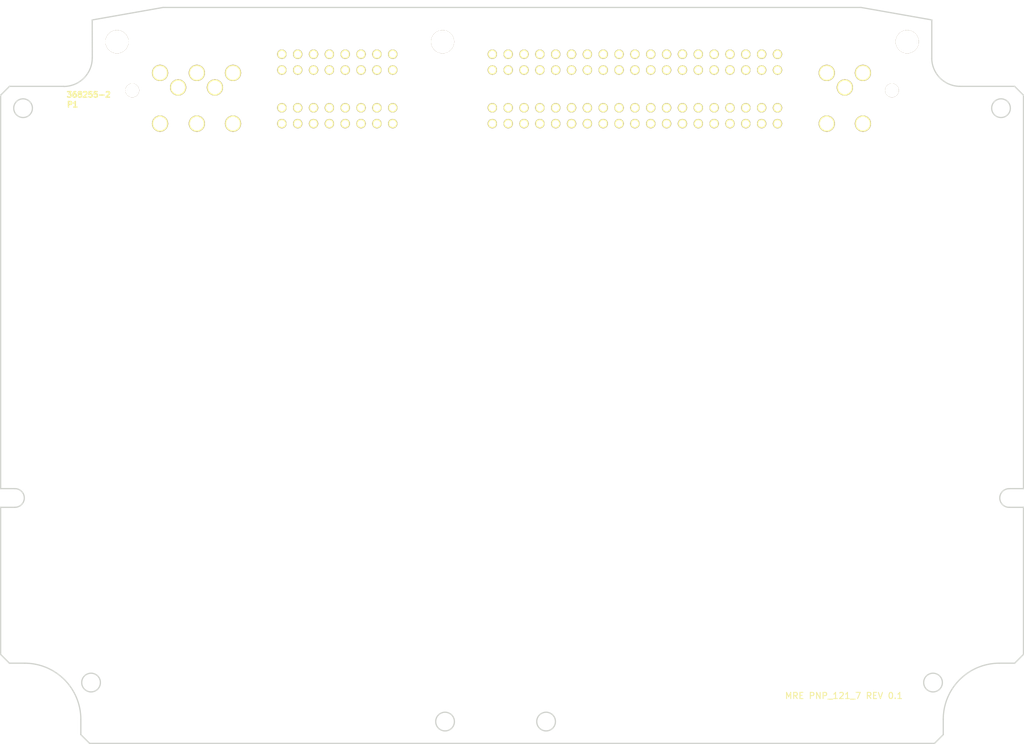
<source format=kicad_pcb>
(kicad_pcb (version 20171130) (host pcbnew "(5.1.7)-1")

  (general
    (thickness 1.6)
    (drawings 46)
    (tracks 0)
    (zones 0)
    (modules 1)
    (nets 1)
  )

  (page A)
  (title_block
    (title "ME7 ECU")
    (date 2020-03-23)
    (rev R0.1)
  )

  (layers
    (0 F.Cu signal)
    (1 PWR power)
    (2 GND power)
    (31 B.Cu signal)
    (32 B.Adhes user)
    (33 F.Adhes user)
    (34 B.Paste user)
    (35 F.Paste user)
    (36 B.SilkS user)
    (37 F.SilkS user)
    (38 B.Mask user)
    (39 F.Mask user)
    (40 Dwgs.User user)
    (41 Cmts.User user)
    (42 Eco1.User user)
    (43 Eco2.User user)
    (44 Edge.Cuts user)
    (45 Margin user)
    (46 B.CrtYd user)
    (47 F.CrtYd user)
    (48 B.Fab user)
    (49 F.Fab user)
  )

  (setup
    (last_trace_width 0.1524)
    (user_trace_width 0.1524)
    (user_trace_width 0.2159)
    (user_trace_width 0.25)
    (user_trace_width 0.3048)
    (user_trace_width 0.6)
    (user_trace_width 1.0668)
    (user_trace_width 1.651)
    (user_trace_width 1.6764)
    (user_trace_width 2.7178)
    (trace_clearance 0.1524)
    (zone_clearance 0.254)
    (zone_45_only no)
    (trace_min 0.1524)
    (via_size 0.6)
    (via_drill 0.3)
    (via_min_size 0)
    (via_min_drill 0.3)
    (user_via 0.6858 0.3302)
    (user_via 0.78994 0.43434)
    (user_via 1 0.5)
    (user_via 1.54178 1.18618)
    (uvia_size 0.508)
    (uvia_drill 0.127)
    (uvias_allowed no)
    (uvia_min_size 0.508)
    (uvia_min_drill 0.127)
    (edge_width 0.15)
    (segment_width 0.2)
    (pcb_text_width 0.3)
    (pcb_text_size 1.5 1.5)
    (mod_edge_width 0.15)
    (mod_text_size 1 1)
    (mod_text_width 0.15)
    (pad_size 6.4 5.8)
    (pad_drill 0)
    (pad_to_mask_clearance 0.051)
    (solder_mask_min_width 0.25)
    (aux_axis_origin 0 0)
    (visible_elements 7FFFFF7F)
    (pcbplotparams
      (layerselection 0x010fc_ffffffff)
      (usegerberextensions false)
      (usegerberattributes false)
      (usegerberadvancedattributes false)
      (creategerberjobfile false)
      (excludeedgelayer true)
      (linewidth 0.100000)
      (plotframeref false)
      (viasonmask false)
      (mode 1)
      (useauxorigin false)
      (hpglpennumber 1)
      (hpglpenspeed 20)
      (hpglpendiameter 15.000000)
      (psnegative false)
      (psa4output false)
      (plotreference true)
      (plotvalue true)
      (plotinvisibletext false)
      (padsonsilk false)
      (subtractmaskfromsilk false)
      (outputformat 1)
      (mirror false)
      (drillshape 0)
      (scaleselection 1)
      (outputdirectory "Gerbers/"))
  )

  (net 0 "")

  (net_class Default "This is the default net class."
    (clearance 0.1524)
    (trace_width 0.1524)
    (via_dia 0.6)
    (via_drill 0.3)
    (uvia_dia 0.508)
    (uvia_drill 0.127)
  )

  (net_class "1A EXTERNAL" ""
    (clearance 0.1905)
    (trace_width 0.3048)
    (via_dia 0.6858)
    (via_drill 0.3302)
    (uvia_dia 0.508)
    (uvia_drill 0.127)
  )

  (net_class "2.5A EXTERNAL" ""
    (clearance 0.2159)
    (trace_width 1.0668)
    (via_dia 0.6858)
    (via_drill 0.3302)
    (uvia_dia 0.508)
    (uvia_drill 0.127)
  )

  (net_class "3,5A EXT HIGH VOLTAGE" ""
    (clearance 1.016)
    (trace_width 1.6764)
    (via_dia 0.6858)
    (via_drill 0.3302)
    (uvia_dia 0.508)
    (uvia_drill 0.127)
  )

  (net_class "3.5A EXTERNAL" ""
    (clearance 0.1905)
    (trace_width 1.651)
    (via_dia 1.0922)
    (via_drill 0.6858)
    (uvia_dia 0.508)
    (uvia_drill 0.127)
  )

  (net_class "5A EXTERNAL" ""
    (clearance 0.1905)
    (trace_width 1.0668)
    (via_dia 1.54178)
    (via_drill 1.18618)
    (uvia_dia 0.508)
    (uvia_drill 0.127)
  )

  (net_class CUSTOM ""
    (clearance 0.1524)
    (trace_width 0.25)
    (via_dia 0.7)
    (via_drill 0.35)
    (uvia_dia 0.508)
    (uvia_drill 0.127)
  )

  (net_class "CUSTOM 0.6" ""
    (clearance 0.1524)
    (trace_width 0.6)
    (via_dia 1)
    (via_drill 0.4)
    (uvia_dia 0.508)
    (uvia_drill 0.127)
  )

  (net_class MIN_EXTERN_188A ""
    (clearance 0.1524)
    (trace_width 0.1524)
    (via_dia 0.6858)
    (via_drill 0.3302)
    (uvia_dia 0.508)
    (uvia_drill 0.127)
  )

  (net_class MIN_EXTERN_241A ""
    (clearance 0.2159)
    (trace_width 0.2159)
    (via_dia 0.6858)
    (via_drill 0.3302)
    (uvia_dia 0.508)
    (uvia_drill 0.127)
  )

  (module rusEFI:368255-2 (layer F.Cu) (tedit 5C349B11) (tstamp 5E8D43AF)
    (at 189.4362 118.9778 180)
    (path /5EE668CA)
    (fp_text reference P1 (at 137.9758 61.9167) (layer F.SilkS)
      (effects (font (size 0.889 0.889) (thickness 0.22352)))
    )
    (fp_text value 368255-2 (at 135.3977 63.5042 180) (layer F.SilkS)
      (effects (font (size 0.889 0.889) (thickness 0.22225)))
    )
    (fp_line (start -4.5 53.49) (end 139.5 53.49) (layer Cmts.User) (width 0.381))
    (fp_line (start 139.5 53.49) (end 139.5 78.49) (layer Cmts.User) (width 0.381))
    (fp_line (start -4.5 53.49) (end -4.5 78.49) (layer Cmts.User) (width 0.381))
    (fp_line (start -4.5 78.49) (end 139.5 78.49) (layer Cmts.User) (width 0.381))
    (pad "" thru_hole circle (at 78.65 71.99 180) (size 3.7 3.7) (drill 3.7) (layers *.Cu *.Mask F.SilkS))
    (pad "" thru_hole circle (at 4.15 71.99 180) (size 3.7 3.7) (drill 3.7) (layers *.Cu *.Mask F.SilkS))
    (pad 4 thru_hole circle (at 11.25 58.86) (size 2.6 2.6) (drill 2.2) (layers *.Cu *.Mask F.SilkS))
    (pad 1 thru_hole circle (at 11.25 66.99 180) (size 2.6 2.6) (drill 2.2) (layers *.Cu *.Mask F.SilkS))
    (pad "" thru_hole circle (at 130.85 71.99 180) (size 3.7 3.7) (drill 3.7) (layers *.Cu *.Mask F.SilkS))
    (pad "" thru_hole circle (at 6.6 64.19 180) (size 2.2 2.2) (drill 2.2) (layers *.Cu *.Mask F.SilkS))
    (pad "" thru_hole circle (at 128.4 64.19 180) (size 2.2 2.2) (drill 2.2) (layers *.Cu *.Mask F.SilkS))
    (pad 5 thru_hole circle (at 17.05 58.86) (size 2.6 2.6) (drill 2.2) (layers *.Cu *.Mask F.SilkS))
    (pad 2 thru_hole circle (at 17.05 66.99 180) (size 2.6 2.6) (drill 2.2) (layers *.Cu *.Mask F.SilkS))
    (pad 3 thru_hole circle (at 14.15 64.66 180) (size 2.6 2.6) (drill 2.2) (layers *.Cu *.Mask F.SilkS))
    (pad 24 thru_hole circle (at 24.95 58.86 180) (size 1.5 1.5) (drill 1.1) (layers *.Cu *.Mask F.SilkS))
    (pad 23 thru_hole circle (at 27.49 58.86 180) (size 1.5 1.5) (drill 1.1) (layers *.Cu *.Mask F.SilkS))
    (pad 21 thru_hole circle (at 32.57 58.86 180) (size 1.5 1.5) (drill 1.1) (layers *.Cu *.Mask F.SilkS))
    (pad 22 thru_hole circle (at 30.03 58.86 180) (size 1.5 1.5) (drill 1.1) (layers *.Cu *.Mask F.SilkS))
    (pad 18 thru_hole circle (at 40.19 58.86 180) (size 1.5 1.5) (drill 1.1) (layers *.Cu *.Mask F.SilkS))
    (pad 17 thru_hole circle (at 42.73 58.86 180) (size 1.5 1.5) (drill 1.1) (layers *.Cu *.Mask F.SilkS))
    (pad 19 thru_hole circle (at 37.65 58.86 180) (size 1.5 1.5) (drill 1.1) (layers *.Cu *.Mask F.SilkS))
    (pad 20 thru_hole circle (at 35.11 58.86 180) (size 1.5 1.5) (drill 1.1) (layers *.Cu *.Mask F.SilkS))
    (pad 16 thru_hole circle (at 45.27 58.86 180) (size 1.5 1.5) (drill 1.1) (layers *.Cu *.Mask F.SilkS))
    (pad 7 thru_hole circle (at 68.13 58.86 180) (size 1.5 1.5) (drill 1.1) (layers *.Cu *.Mask F.SilkS))
    (pad 8 thru_hole circle (at 65.59 58.86 180) (size 1.5 1.5) (drill 1.1) (layers *.Cu *.Mask F.SilkS))
    (pad 6 thru_hole circle (at 70.67 58.86 180) (size 1.5 1.5) (drill 1.1) (layers *.Cu *.Mask F.SilkS))
    (pad 34 thru_hole circle (at 47.81 61.4 180) (size 1.5 1.5) (drill 1.1) (layers *.Cu *.Mask F.SilkS))
    (pad 33 thru_hole circle (at 50.35 61.4 180) (size 1.5 1.5) (drill 1.1) (layers *.Cu *.Mask F.SilkS))
    (pad 31 thru_hole circle (at 55.43 61.4 180) (size 1.5 1.5) (drill 1.1) (layers *.Cu *.Mask F.SilkS))
    (pad 32 thru_hole circle (at 52.89 61.4 180) (size 1.5 1.5) (drill 1.1) (layers *.Cu *.Mask F.SilkS))
    (pad 28 thru_hole circle (at 63.05 61.4 180) (size 1.5 1.5) (drill 1.1) (layers *.Cu *.Mask F.SilkS))
    (pad 29 thru_hole circle (at 60.51 61.4 180) (size 1.5 1.5) (drill 1.1) (layers *.Cu *.Mask F.SilkS))
    (pad 30 thru_hole circle (at 57.97 61.4 180) (size 1.5 1.5) (drill 1.1) (layers *.Cu *.Mask F.SilkS))
    (pad 35 thru_hole circle (at 45.27 61.4 180) (size 1.5 1.5) (drill 1.1) (layers *.Cu *.Mask F.SilkS))
    (pad 39 thru_hole circle (at 35.11 61.4 180) (size 1.5 1.5) (drill 1.1) (layers *.Cu *.Mask F.SilkS))
    (pad 38 thru_hole circle (at 37.65 61.4 180) (size 1.5 1.5) (drill 1.1) (layers *.Cu *.Mask F.SilkS))
    (pad 36 thru_hole circle (at 42.73 61.4 180) (size 1.5 1.5) (drill 1.1) (layers *.Cu *.Mask F.SilkS))
    (pad 37 thru_hole circle (at 40.19 61.4 180) (size 1.5 1.5) (drill 1.1) (layers *.Cu *.Mask F.SilkS))
    (pad 41 thru_hole circle (at 30.03 61.4 180) (size 1.5 1.5) (drill 1.1) (layers *.Cu *.Mask F.SilkS))
    (pad 40 thru_hole circle (at 32.57 61.4 180) (size 1.5 1.5) (drill 1.1) (layers *.Cu *.Mask F.SilkS))
    (pad 42 thru_hole circle (at 27.49 61.4 180) (size 1.5 1.5) (drill 1.1) (layers *.Cu *.Mask F.SilkS))
    (pad 43 thru_hole circle (at 24.95 61.4 180) (size 1.5 1.5) (drill 1.1) (layers *.Cu *.Mask F.SilkS))
    (pad 81 thru_hole circle (at 24.95 69.99 180) (size 1.5 1.5) (drill 1.1) (layers *.Cu *.Mask F.SilkS))
    (pad 64 thru_hole circle (at 68.13 69.99 180) (size 1.5 1.5) (drill 1.1) (layers *.Cu *.Mask F.SilkS))
    (pad 67 thru_hole circle (at 60.51 69.99 180) (size 1.5 1.5) (drill 1.1) (layers *.Cu *.Mask F.SilkS))
    (pad 65 thru_hole circle (at 65.59 69.99 180) (size 1.5 1.5) (drill 1.1) (layers *.Cu *.Mask F.SilkS))
    (pad 66 thru_hole circle (at 63.05 69.99 180) (size 1.5 1.5) (drill 1.1) (layers *.Cu *.Mask F.SilkS))
    (pad 63 thru_hole circle (at 70.67 69.99 180) (size 1.5 1.5) (drill 1.1) (layers *.Cu *.Mask F.SilkS))
    (pad 44 thru_hole circle (at 70.67 67.45 180) (size 1.5 1.5) (drill 1.1) (layers *.Cu *.Mask F.SilkS))
    (pad 53 thru_hole circle (at 47.81 67.45 180) (size 1.5 1.5) (drill 1.1) (layers *.Cu *.Mask F.SilkS))
    (pad 52 thru_hole circle (at 50.35 67.45 180) (size 1.5 1.5) (drill 1.1) (layers *.Cu *.Mask F.SilkS))
    (pad 50 thru_hole circle (at 55.43 67.45 180) (size 1.5 1.5) (drill 1.1) (layers *.Cu *.Mask F.SilkS))
    (pad 51 thru_hole circle (at 52.89 67.45 180) (size 1.5 1.5) (drill 1.1) (layers *.Cu *.Mask F.SilkS))
    (pad 47 thru_hole circle (at 63.05 67.45 180) (size 1.5 1.5) (drill 1.1) (layers *.Cu *.Mask F.SilkS))
    (pad 46 thru_hole circle (at 65.59 67.45 180) (size 1.5 1.5) (drill 1.1) (layers *.Cu *.Mask F.SilkS))
    (pad 48 thru_hole circle (at 60.51 67.45 180) (size 1.5 1.5) (drill 1.1) (layers *.Cu *.Mask F.SilkS))
    (pad 49 thru_hole circle (at 57.97 67.45 180) (size 1.5 1.5) (drill 1.1) (layers *.Cu *.Mask F.SilkS))
    (pad 45 thru_hole circle (at 68.13 67.45 180) (size 1.5 1.5) (drill 1.1) (layers *.Cu *.Mask F.SilkS))
    (pad 62 thru_hole circle (at 24.95 67.45 180) (size 1.5 1.5) (drill 1.1) (layers *.Cu *.Mask F.SilkS))
    (pad 96 thru_hole circle (at 101.88 67.45 180) (size 1.5 1.5) (drill 1.1) (layers *.Cu *.Mask F.SilkS))
    (pad 92 thru_hole circle (at 91.72 67.45 180) (size 1.5 1.5) (drill 1.1) (layers *.Cu *.Mask F.SilkS))
    (pad 93 thru_hole circle (at 94.26 67.45 180) (size 1.5 1.5) (drill 1.1) (layers *.Cu *.Mask F.SilkS))
    (pad 95 thru_hole circle (at 99.34 67.45 180) (size 1.5 1.5) (drill 1.1) (layers *.Cu *.Mask F.SilkS))
    (pad 94 thru_hole circle (at 96.8 67.45 180) (size 1.5 1.5) (drill 1.1) (layers *.Cu *.Mask F.SilkS))
    (pad 90 thru_hole circle (at 86.64 67.45 180) (size 1.5 1.5) (drill 1.1) (layers *.Cu *.Mask F.SilkS))
    (pad 91 thru_hole circle (at 89.18 67.45 180) (size 1.5 1.5) (drill 1.1) (layers *.Cu *.Mask F.SilkS))
    (pad 97 thru_hole circle (at 104.42 67.45 180) (size 1.5 1.5) (drill 1.1) (layers *.Cu *.Mask F.SilkS))
    (pad 89 thru_hole circle (at 104.42 69.99 180) (size 1.5 1.5) (drill 1.1) (layers *.Cu *.Mask F.SilkS))
    (pad 83 thru_hole circle (at 89.18 69.99 180) (size 1.5 1.5) (drill 1.1) (layers *.Cu *.Mask F.SilkS))
    (pad 82 thru_hole circle (at 86.64 69.99 180) (size 1.5 1.5) (drill 1.1) (layers *.Cu *.Mask F.SilkS))
    (pad 86 thru_hole circle (at 96.8 69.99 180) (size 1.5 1.5) (drill 1.1) (layers *.Cu *.Mask F.SilkS))
    (pad 87 thru_hole circle (at 99.34 69.99 180) (size 1.5 1.5) (drill 1.1) (layers *.Cu *.Mask F.SilkS))
    (pad 85 thru_hole circle (at 94.26 69.99 180) (size 1.5 1.5) (drill 1.1) (layers *.Cu *.Mask F.SilkS))
    (pad 84 thru_hole circle (at 91.72 69.99 180) (size 1.5 1.5) (drill 1.1) (layers *.Cu *.Mask F.SilkS))
    (pad 88 thru_hole circle (at 101.88 69.99 180) (size 1.5 1.5) (drill 1.1) (layers *.Cu *.Mask F.SilkS))
    (pad 104 thru_hole circle (at 101.88 61.4 180) (size 1.5 1.5) (drill 1.1) (layers *.Cu *.Mask F.SilkS))
    (pad 100 thru_hole circle (at 91.72 61.4 180) (size 1.5 1.5) (drill 1.1) (layers *.Cu *.Mask F.SilkS))
    (pad 101 thru_hole circle (at 94.26 61.4 180) (size 1.5 1.5) (drill 1.1) (layers *.Cu *.Mask F.SilkS))
    (pad 103 thru_hole circle (at 99.34 61.4 180) (size 1.5 1.5) (drill 1.1) (layers *.Cu *.Mask F.SilkS))
    (pad 102 thru_hole circle (at 96.8 61.4 180) (size 1.5 1.5) (drill 1.1) (layers *.Cu *.Mask F.SilkS))
    (pad 98 thru_hole circle (at 86.64 61.4 180) (size 1.5 1.5) (drill 1.1) (layers *.Cu *.Mask F.SilkS))
    (pad 99 thru_hole circle (at 89.18 61.4 180) (size 1.5 1.5) (drill 1.1) (layers *.Cu *.Mask F.SilkS))
    (pad 105 thru_hole circle (at 104.42 61.4 180) (size 1.5 1.5) (drill 1.1) (layers *.Cu *.Mask F.SilkS))
    (pad 113 thru_hole circle (at 104.42 58.86 180) (size 1.5 1.5) (drill 1.1) (layers *.Cu *.Mask F.SilkS))
    (pad 107 thru_hole circle (at 89.18 58.86 180) (size 1.5 1.5) (drill 1.1) (layers *.Cu *.Mask F.SilkS))
    (pad 106 thru_hole circle (at 86.64 58.86 180) (size 1.5 1.5) (drill 1.1) (layers *.Cu *.Mask F.SilkS))
    (pad 110 thru_hole circle (at 96.8 58.86 180) (size 1.5 1.5) (drill 1.1) (layers *.Cu *.Mask F.SilkS))
    (pad 111 thru_hole circle (at 99.34 58.86 180) (size 1.5 1.5) (drill 1.1) (layers *.Cu *.Mask F.SilkS))
    (pad 109 thru_hole circle (at 94.26 58.86 180) (size 1.5 1.5) (drill 1.1) (layers *.Cu *.Mask F.SilkS))
    (pad 108 thru_hole circle (at 91.72 58.86 180) (size 1.5 1.5) (drill 1.1) (layers *.Cu *.Mask F.SilkS))
    (pad 112 thru_hole circle (at 101.88 58.86 180) (size 1.5 1.5) (drill 1.1) (layers *.Cu *.Mask F.SilkS))
    (pad 117 thru_hole circle (at 115.15 64.66 180) (size 2.6 2.6) (drill 2.2) (layers *.Cu *.Mask F.SilkS))
    (pad 115 thru_hole circle (at 118.05 66.99 180) (size 2.6 2.6) (drill 2.2) (layers *.Cu *.Mask F.SilkS))
    (pad 120 thru_hole circle (at 118.05 58.86) (size 2.6 2.6) (drill 2.2) (layers *.Cu *.Mask F.SilkS))
    (pad 114 thru_hole circle (at 112.25 66.99 180) (size 2.6 2.6) (drill 2.2) (layers *.Cu *.Mask F.SilkS))
    (pad 119 thru_hole circle (at 112.25 58.86) (size 2.6 2.6) (drill 2.2) (layers *.Cu *.Mask F.SilkS))
    (pad 121 thru_hole circle (at 123.95 58.86) (size 2.6 2.6) (drill 2.2) (layers *.Cu *.Mask F.SilkS))
    (pad 116 thru_hole circle (at 123.95 66.99 180) (size 2.6 2.6) (drill 2.2) (layers *.Cu *.Mask F.SilkS))
    (pad 118 thru_hole circle (at 121.05 64.66 180) (size 2.6 2.6) (drill 2.2) (layers *.Cu *.Mask F.SilkS))
    (pad 25 thru_hole circle (at 70.67 61.4 180) (size 1.5 1.5) (drill 1.1) (layers *.Cu *.Mask F.SilkS))
    (pad 11 thru_hole circle (at 57.97 58.86 180) (size 1.5 1.5) (drill 1.1) (layers *.Cu *.Mask F.SilkS))
    (pad 10 thru_hole circle (at 60.51 58.86 180) (size 1.5 1.5) (drill 1.1) (layers *.Cu *.Mask F.SilkS))
    (pad 9 thru_hole circle (at 63.05 58.86 180) (size 1.5 1.5) (drill 1.1) (layers *.Cu *.Mask F.SilkS))
    (pad 13 thru_hole circle (at 52.89 58.86 180) (size 1.5 1.5) (drill 1.1) (layers *.Cu *.Mask F.SilkS))
    (pad 12 thru_hole circle (at 55.43 58.86 180) (size 1.5 1.5) (drill 1.1) (layers *.Cu *.Mask F.SilkS))
    (pad 14 thru_hole circle (at 50.35 58.86 180) (size 1.5 1.5) (drill 1.1) (layers *.Cu *.Mask F.SilkS))
    (pad 15 thru_hole circle (at 47.81 58.86 180) (size 1.5 1.5) (drill 1.1) (layers *.Cu *.Mask F.SilkS))
    (pad 57 thru_hole circle (at 37.65 67.45 180) (size 1.5 1.5) (drill 1.1) (layers *.Cu *.Mask F.SilkS))
    (pad 56 thru_hole circle (at 40.19 67.45 180) (size 1.5 1.5) (drill 1.1) (layers *.Cu *.Mask F.SilkS))
    (pad 54 thru_hole circle (at 45.27 67.45 180) (size 1.5 1.5) (drill 1.1) (layers *.Cu *.Mask F.SilkS))
    (pad 55 thru_hole circle (at 42.73 67.45 180) (size 1.5 1.5) (drill 1.1) (layers *.Cu *.Mask F.SilkS))
    (pad 59 thru_hole circle (at 32.57 67.45 180) (size 1.5 1.5) (drill 1.1) (layers *.Cu *.Mask F.SilkS))
    (pad 58 thru_hole circle (at 35.11 67.45 180) (size 1.5 1.5) (drill 1.1) (layers *.Cu *.Mask F.SilkS))
    (pad 60 thru_hole circle (at 30.03 67.45 180) (size 1.5 1.5) (drill 1.1) (layers *.Cu *.Mask F.SilkS))
    (pad 61 thru_hole circle (at 27.49 67.45 180) (size 1.5 1.5) (drill 1.1) (layers *.Cu *.Mask F.SilkS))
    (pad 80 thru_hole circle (at 27.49 69.99 180) (size 1.5 1.5) (drill 1.1) (layers *.Cu *.Mask F.SilkS))
    (pad 27 thru_hole circle (at 65.59 61.4 180) (size 1.5 1.5) (drill 1.1) (layers *.Cu *.Mask F.SilkS))
    (pad 26 thru_hole circle (at 68.13 61.4 180) (size 1.5 1.5) (drill 1.1) (layers *.Cu *.Mask F.SilkS))
    (pad 79 thru_hole circle (at 30.03 69.99 180) (size 1.5 1.5) (drill 1.1) (layers *.Cu *.Mask F.SilkS))
    (pad 77 thru_hole circle (at 35.11 69.99 180) (size 1.5 1.5) (drill 1.1) (layers *.Cu *.Mask F.SilkS))
    (pad 78 thru_hole circle (at 32.57 69.99 180) (size 1.5 1.5) (drill 1.1) (layers *.Cu *.Mask F.SilkS))
    (pad 74 thru_hole circle (at 42.73 69.99 180) (size 1.5 1.5) (drill 1.1) (layers *.Cu *.Mask F.SilkS))
    (pad 73 thru_hole circle (at 45.27 69.99 180) (size 1.5 1.5) (drill 1.1) (layers *.Cu *.Mask F.SilkS))
    (pad 75 thru_hole circle (at 40.19 69.99 180) (size 1.5 1.5) (drill 1.1) (layers *.Cu *.Mask F.SilkS))
    (pad 76 thru_hole circle (at 37.65 69.99 180) (size 1.5 1.5) (drill 1.1) (layers *.Cu *.Mask F.SilkS))
    (pad 68 thru_hole circle (at 57.97 69.99 180) (size 1.5 1.5) (drill 1.1) (layers *.Cu *.Mask F.SilkS))
    (pad 70 thru_hole circle (at 52.89 69.99 180) (size 1.5 1.5) (drill 1.1) (layers *.Cu *.Mask F.SilkS))
    (pad 69 thru_hole circle (at 55.43 69.99 180) (size 1.5 1.5) (drill 1.1) (layers *.Cu *.Mask F.SilkS))
    (pad 71 thru_hole circle (at 50.35 69.99 180) (size 1.5 1.5) (drill 1.1) (layers *.Cu *.Mask F.SilkS))
    (pad 72 thru_hole circle (at 47.81 69.99 180) (size 1.5 1.5) (drill 1.1) (layers *.Cu *.Mask F.SilkS))
    (model "$(KIPRJMOD)/modules/TE_368255-2.wrl"
      (offset (xyz -4.521199932098389 -56.00699915885925 -5.079999923706055))
      (scale (xyz 10 10 10))
      (rotate (xyz 270 0 0))
    )
  )

  (gr_text "MRE PNP_121_7 REV 0.1" (at 175.133 151.8539) (layer F.SilkS)
    (effects (font (size 1 1) (thickness 0.15)))
  )
  (gr_arc (start 45.9486 153.6192) (end 57.607199 153.543001) (angle -90) (layer Dwgs.User) (width 0.254))
  (gr_arc (start 198.0438 153.5684) (end 197.993001 141.884401) (angle -89.37312059) (layer Dwgs.User) (width 0.254))
  (gr_line (start 45.8724 54.229) (end 45.847 54.2798) (layer Dwgs.User) (width 0.15))
  (gr_line (start 45.8724 54.2544) (end 45.8724 54.229) (layer Dwgs.User) (width 0.15))
  (gr_line (start 45.8724 141.7066) (end 45.8724 54.2544) (layer Dwgs.User) (width 0.15))
  (gr_line (start 186.2836 153.5176) (end 57.6072 153.543) (layer Dwgs.User) (width 0.15))
  (gr_line (start 198.0184 54.229) (end 197.9676 141.8844) (layer Dwgs.User) (width 0.15))
  (gr_arc (start 200.0652 155.631999) (end 200.0652 146.631999) (angle -90) (layer Edge.Cuts) (width 0.2) (tstamp 5D977135))
  (gr_arc (start 42.2252 120.138705) (end 42.2252 121.63541) (angle -180) (layer Edge.Cuts) (width 0.2) (tstamp 5D97673B))
  (gr_arc (start 193.772112 49.589464) (end 189.220713 49.701462) (angle -88) (layer Edge.Cuts) (width 0.2))
  (gr_arc (start 50.038 49.5808) (end 50.038 54.16) (angle -90) (layer Edge.Cuts) (width 0.2))
  (gr_line (start 200.0652 146.631999) (end 202.510986 146.631999) (layer Edge.Cuts) (width 0.2))
  (gr_circle (center 111.1852 155.992) (end 112.6852 155.992) (layer Edge.Cuts) (width 0.2))
  (gr_line (start 65.9652 41.491999) (end 54.6252 43.491999) (layer Edge.Cuts) (width 0.2))
  (gr_line (start 201.6252 118.641999) (end 203.9252 118.641999) (layer Edge.Cuts) (width 0.2))
  (gr_line (start 191.0652 155.631999) (end 191.0652 158.077786) (layer Edge.Cuts) (width 0.2))
  (gr_line (start 54.61 43.491999) (end 54.6252 49.58) (layer Edge.Cuts) (width 0.2))
  (gr_line (start 41.339413 54.141999) (end 50.038 54.141999) (layer Edge.Cuts) (width 0.2))
  (gr_circle (center 43.5252 57.641999) (end 45.0252 57.641999) (layer Edge.Cuts) (width 0.2))
  (gr_arc (start 43.7852 155.632) (end 52.7852 155.632) (angle -90) (layer Edge.Cuts) (width 0.2))
  (gr_line (start 39.9252 121.642) (end 39.9252 145.217786) (layer Edge.Cuts) (width 0.2))
  (gr_line (start 52.7852 155.632) (end 52.7852 158.077786) (layer Edge.Cuts) (width 0.2))
  (gr_line (start 42.2252 121.642) (end 39.9252 121.642) (layer Edge.Cuts) (width 0.2))
  (gr_circle (center 127.3852 155.992) (end 128.885199 155.992) (layer Edge.Cuts) (width 0.2))
  (gr_line (start 42.2252 118.642) (end 39.9252 118.642) (layer Edge.Cuts) (width 0.2))
  (gr_line (start 39.9252 55.556213) (end 41.339413 54.142) (layer Edge.Cuts) (width 0.2))
  (gr_line (start 203.9252 55.556213) (end 202.510986 54.142) (layer Edge.Cuts) (width 0.2))
  (gr_circle (center 54.4252 149.737179) (end 55.9252 149.737179) (layer Edge.Cuts) (width 0.2))
  (gr_line (start 203.9252 55.556213) (end 203.9252 118.642) (layer Edge.Cuts) (width 0.2))
  (gr_line (start 189.2252 43.491999) (end 189.2252 49.7) (layer Edge.Cuts) (width 0.2))
  (gr_line (start 177.8852 41.491999) (end 189.2252 43.491999) (layer Edge.Cuts) (width 0.2))
  (gr_line (start 39.925199 145.217786) (end 41.339413 146.632) (layer Edge.Cuts) (width 0.2))
  (gr_line (start 52.7852 158.077786) (end 54.199413 159.491999) (layer Edge.Cuts) (width 0.2))
  (gr_line (start 191.0652 158.077786) (end 189.650986 159.491999) (layer Edge.Cuts) (width 0.2))
  (gr_circle (center 189.4252 149.737179) (end 190.9252 149.737179) (layer Edge.Cuts) (width 0.2))
  (gr_line (start 203.9252 145.217786) (end 202.510986 146.631999) (layer Edge.Cuts) (width 0.2))
  (gr_line (start 39.9252 55.556213) (end 39.9252 118.642) (layer Edge.Cuts) (width 0.2))
  (gr_line (start 54.199413 159.492) (end 189.650986 159.491999) (layer Edge.Cuts) (width 0.2))
  (gr_line (start 65.9652 41.491999) (end 177.8852 41.491999) (layer Edge.Cuts) (width 0.2))
  (gr_circle (center 200.3252 57.641999) (end 201.8252 57.641999) (layer Edge.Cuts) (width 0.2))
  (gr_line (start 203.9252 121.642) (end 203.9252 145.217786) (layer Edge.Cuts) (width 0.2))
  (gr_line (start 202.510986 54.141999) (end 193.7252 54.141999) (layer Edge.Cuts) (width 0.2))
  (gr_line (start 43.7852 146.632) (end 41.339413 146.632) (layer Edge.Cuts) (width 0.2))
  (gr_line (start 201.6252 121.641999) (end 203.9252 121.641999) (layer Edge.Cuts) (width 0.2))
  (gr_arc (start 201.625 120.145294) (end 201.625 118.648589) (angle -180) (layer Edge.Cuts) (width 0.2))

  (zone (net 0) (net_name "") (layer F.Mask) (tstamp 5E3878E8) (hatch edge 0.508)
    (connect_pads (clearance 0.254))
    (min_thickness 0.254)
    (fill (arc_segments 32) (thermal_gap 0.508) (thermal_bridge_width 0.508))
    (polygon
      (pts
        (xy 198.0438 54.1528) (xy 202.4634 54.102) (xy 203.962 55.626) (xy 203.962 145.161) (xy 202.5142 146.6596)
        (xy 199.644 146.6596) (xy 198.3994 146.7866) (xy 196.977 147.2184) (xy 195.326 147.828) (xy 193.8782 148.9456)
        (xy 192.8114 150.1394) (xy 191.5414 152.5778) (xy 191.262 154.1526) (xy 191.135 155.575) (xy 191.1096 156.4132)
        (xy 191.0842 158.0896) (xy 189.6618 159.5374) (xy 54.1528 159.5628) (xy 52.7812 158.0896) (xy 52.7558 155.448)
        (xy 52.705 154.6352) (xy 52.6288 153.8224) (xy 52.1716 152.4508) (xy 51.8668 151.7396) (xy 51.5366 151.1554)
        (xy 51.3588 150.8252) (xy 50.7746 150.0124) (xy 50.2412 149.3266) (xy 48.9712 148.1836) (xy 47.244 147.193)
        (xy 45.1866 146.7104) (xy 43.053 146.6342) (xy 41.3512 146.6596) (xy 39.9288 145.2372) (xy 39.9542 55.5498)
        (xy 41.3766 54.102) (xy 45.8724 54.1274) (xy 45.8724 141.986) (xy 47.752 142.0368) (xy 50.419 142.875)
        (xy 51.8922 143.5862) (xy 53.6448 144.8816) (xy 54.991 146.177) (xy 56.2864 148.1582) (xy 57.2008 150.4188)
        (xy 57.6834 152.8826) (xy 57.7088 153.6192) (xy 186.3852 153.4668) (xy 186.4614 152.2222) (xy 187.2234 149.0726)
        (xy 188.4172 146.9898) (xy 189.7634 145.3896) (xy 191.2112 144.1958) (xy 192.6082 143.3322) (xy 194.9196 142.3416)
        (xy 196.4436 142.0876) (xy 197.0532 141.9352) (xy 197.5612 141.859) (xy 197.9676 141.859)
      )
    )
  )
  (zone (net 0) (net_name "") (layer B.Mask) (tstamp 5E3878E5) (hatch edge 0.508)
    (connect_pads (clearance 0.254))
    (min_thickness 0.254)
    (fill (arc_segments 32) (thermal_gap 0.508) (thermal_bridge_width 0.508))
    (polygon
      (pts
        (xy 198.0438 54.1528) (xy 202.4634 54.102) (xy 203.962 55.626) (xy 203.962 145.161) (xy 202.5142 146.6596)
        (xy 199.644 146.6596) (xy 198.3994 146.7866) (xy 196.977 147.2184) (xy 195.326 147.828) (xy 193.8782 148.9456)
        (xy 192.8114 150.1394) (xy 191.5414 152.5778) (xy 191.262 154.1526) (xy 191.135 155.575) (xy 191.1096 156.4132)
        (xy 191.0842 158.0896) (xy 189.6618 159.5374) (xy 54.1528 159.5628) (xy 52.7812 158.0896) (xy 52.7558 155.448)
        (xy 52.705 154.6352) (xy 52.6288 153.8224) (xy 52.1716 152.4508) (xy 51.8668 151.7396) (xy 51.5366 151.1554)
        (xy 51.3588 150.8252) (xy 50.7746 150.0124) (xy 50.2412 149.3266) (xy 48.9712 148.1836) (xy 47.244 147.193)
        (xy 45.1866 146.7104) (xy 43.053 146.6342) (xy 41.3512 146.6596) (xy 39.9288 145.2372) (xy 39.9542 55.5498)
        (xy 41.3766 54.102) (xy 45.8724 54.1274) (xy 45.8724 141.986) (xy 47.752 142.0368) (xy 50.419 142.875)
        (xy 51.8922 143.5862) (xy 53.6448 144.8816) (xy 54.991 146.177) (xy 56.2864 148.1582) (xy 57.2008 150.4188)
        (xy 57.6834 152.8826) (xy 57.7088 153.6192) (xy 186.3852 153.4668) (xy 186.4614 152.2222) (xy 187.2234 149.0726)
        (xy 188.4172 146.9898) (xy 189.7634 145.3896) (xy 191.2112 144.1958) (xy 192.6082 143.3322) (xy 194.9196 142.3416)
        (xy 196.4436 142.0876) (xy 197.0532 141.9352) (xy 197.5612 141.859) (xy 197.9676 141.859)
      )
    )
  )
  (zone (net 0) (net_name "") (layer B.Mask) (tstamp 5E3878E2) (hatch edge 0.508)
    (connect_pads (clearance 0.254))
    (min_thickness 0.254)
    (fill (arc_segments 32) (thermal_gap 0.508) (thermal_bridge_width 0.508))
    (polygon
      (pts
        (xy 198.0438 54.1528) (xy 202.4634 54.102) (xy 203.962 55.626) (xy 203.9366 145.161) (xy 202.5142 146.6342)
        (xy 198.7296 146.7866) (xy 195.834 147.6756) (xy 193.8528 149.0218) (xy 192.3796 150.7998) (xy 191.8208 152.1968)
        (xy 191.2112 153.8478) (xy 191.0842 155.956) (xy 191.1096 158.0642) (xy 189.6364 159.512) (xy 54.3052 159.4866)
        (xy 52.8066 158.0896) (xy 52.7558 154.8384) (xy 52.578 153.543) (xy 51.6636 151.257) (xy 50.8508 150.0378)
        (xy 49.911 149.0726) (xy 48.768 148.1074) (xy 47.5996 147.447) (xy 45.4152 146.7104) (xy 44.1452 146.6342)
        (xy 42.6212 146.6088) (xy 41.3766 146.6342) (xy 39.9288 145.2118) (xy 39.9542 55.5498) (xy 41.3766 54.1274)
        (xy 45.8724 54.1274) (xy 45.8724 141.986) (xy 47.7012 142.0114) (xy 49.276 142.5194) (xy 50.5206 142.9004)
        (xy 52.832 144.2466) (xy 54.8386 146.1516) (xy 55.8546 147.32) (xy 56.6928 149.1488) (xy 57.3278 150.8252)
        (xy 57.5818 152.1968) (xy 57.7342 153.6192) (xy 186.2836 153.4414) (xy 186.69 150.622) (xy 188.3664 146.8882)
        (xy 190.3476 144.7038) (xy 192.9892 143.1544) (xy 195.4022 142.2908) (xy 197.3326 141.8082) (xy 197.9422 141.859)
      )
    )
  )
)

</source>
